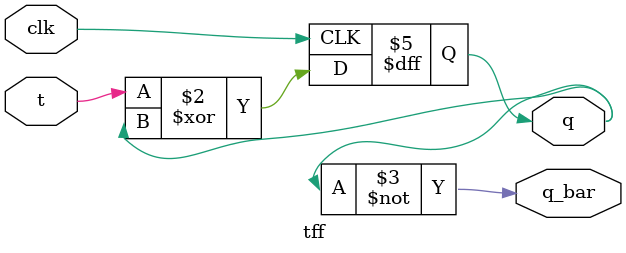
<source format=v>
module tff(
    input wire clk,
    input wire t,
    output reg  q,
    output wire q_bar
);
    initial q = 1'b0;
    
    always @(posedge clk) begin
        q <= t ^ q;
    end
    assign q_bar = ~q;
endmodule

</source>
